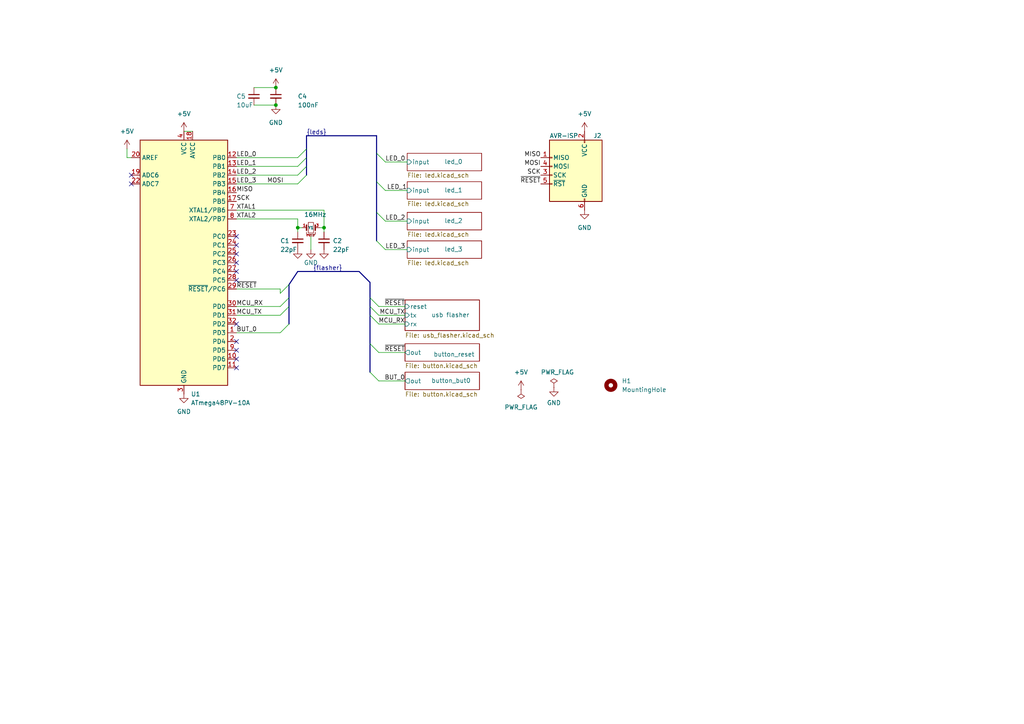
<source format=kicad_sch>
(kicad_sch (version 20211123) (generator eeschema)
  (paper "A4")
  (lib_symbols
    (symbol "ex00:ATmega48PV-10A"
      (property "Reference" "U" (at -12.7 36.83 0))
      (property "Value" "ATmega48PV-10A" (at 2.54 -36.83 0))
      (symbol "ATmega48PV-10A_0_1"
        (rectangle (start -12.7 -35.56) (end 12.7 35.56) (stroke (width 0.254)) (fill (type background)))
      )
      (symbol "ATmega48PV-10A_1_1"
        (pin bidirectional line (at 15.24 -20.32 180) (length 2.54) (name "PD3") (number "1"))
        (pin bidirectional line (at 15.24 -27.94 180) (length 2.54) (name "PD6") (number "10"))
        (pin bidirectional line (at 15.24 -30.48 180) (length 2.54) (name "PD7") (number "11"))
        (pin bidirectional line (at 15.24 30.48 180) (length 2.54) (name "PB0") (number "12"))
        (pin bidirectional line (at 15.24 27.94 180) (length 2.54) (name "PB1") (number "13"))
        (pin bidirectional line (at 15.24 25.4 180) (length 2.54) (name "PB2") (number "14"))
        (pin bidirectional line (at 15.24 22.86 180) (length 2.54) (name "PB3") (number "15"))
        (pin bidirectional line (at 15.24 20.32 180) (length 2.54) (name "PB4") (number "16"))
        (pin bidirectional line (at 15.24 17.78 180) (length 2.54) (name "PB5") (number "17"))
        (pin power_in line (at 2.54 38.1 270) (length 2.54) (name "AVCC") (number "18"))
        (pin input line (at -15.24 25.4 0) (length 2.54) (name "ADC6") (number "19"))
        (pin bidirectional line (at 15.24 -22.86 180) (length 2.54) (name "PD4") (number "2"))
        (pin passive line (at -15.24 30.48 0) (length 2.54) (name "AREF") (number "20"))
        (pin passive line (at 0 -38.1 90) (length 2.54) hide (name "GND") (number "21"))
        (pin input line (at -15.24 22.86 0) (length 2.54) (name "ADC7") (number "22"))
        (pin bidirectional line (at 15.24 7.62 180) (length 2.54) (name "PC0") (number "23"))
        (pin bidirectional line (at 15.24 5.08 180) (length 2.54) (name "PC1") (number "24"))
        (pin bidirectional line (at 15.24 2.54 180) (length 2.54) (name "PC2") (number "25"))
        (pin bidirectional line (at 15.24 0 180) (length 2.54) (name "PC3") (number "26"))
        (pin bidirectional line (at 15.24 -2.54 180) (length 2.54) (name "PC4") (number "27"))
        (pin bidirectional line (at 15.24 -5.08 180) (length 2.54) (name "PC5") (number "28"))
        (pin bidirectional line (at 15.24 -7.62 180) (length 2.54) (name "~{RESET}/PC6") (number "29"))
        (pin power_in line (at 0 -38.1 90) (length 2.54) (name "GND") (number "3"))
        (pin bidirectional line (at 15.24 -12.7 180) (length 2.54) (name "PD0") (number "30"))
        (pin bidirectional line (at 15.24 -15.24 180) (length 2.54) (name "PD1") (number "31"))
        (pin bidirectional line (at 15.24 -17.78 180) (length 2.54) (name "PD2") (number "32"))
        (pin power_in line (at 0 38.1 270) (length 2.54) (name "VCC") (number "4"))
        (pin passive line (at 0 -38.1 90) (length 2.54) hide (name "GND") (number "5"))
        (pin passive line (at 0 38.1 270) (length 2.54) hide (name "VCC") (number "6"))
        (pin bidirectional line (at 15.24 15.24 180) (length 2.54) (name "XTAL1/PB6") (number "7"))
        (pin bidirectional line (at 15.24 12.7 180) (length 2.54) (name "XTAL2/PB7") (number "8"))
        (pin bidirectional line (at 15.24 -25.4 180) (length 2.54) (name "PD5") (number "9"))
      )
    )
    (symbol "ex00:AVR-ISP-6" (pin_names (offset 1.016))
      (property "Reference" "J" (at 13.716 11.43 0))
      (property "Value" "AVR-ISP-6" (at -3.302 11.43 0))
      (symbol "AVR-ISP-6_0_1"
        (rectangle (start 0.508 -2.667) (end -0.254 -2.413))
        (rectangle (start 0.508 -0.127) (end -0.254 0.127))
        (rectangle (start 0.508 2.413) (end -0.254 2.667))
        (rectangle (start 0.508 4.953) (end -0.254 5.207))
        (rectangle (start 9.779 -7.62) (end 10.033 -6.858))
        (rectangle (start 9.779 9.398) (end 10.033 10.16))
        (rectangle (start 14.986 -7.62) (end -0.254 10.16) (stroke (width 0.254)) (fill (type background)))
      )
      (symbol "AVR-ISP-6_1_1"
        (pin passive line (at -2.794 5.08 0) (length 2.54) (name "MISO") (number "1"))
        (pin passive line (at 9.906 12.7 270) (length 2.54) (name "VCC") (number "2"))
        (pin passive line (at -2.794 0 0) (length 2.54) (name "SCK") (number "3"))
        (pin passive line (at -2.794 2.54 0) (length 2.54) (name "MOSI") (number "4"))
        (pin passive line (at -2.794 -2.54 0) (length 2.54) (name "~{RST}") (number "5"))
        (pin passive line (at 9.906 -10.16 90) (length 2.54) (name "GND") (number "6"))
      )
    )
    (symbol "ex00:Capacitor" (pin_numbers hide) (pin_names (offset 0.254) hide)
      (property "Reference" "C" (at 0.254 1.778 0))
      (property "Value" "Capacitor" (at 0.254 -2.032 0))
      (symbol "Capacitor_0_1"
        (polyline (pts (xy -1.524 -0.508) (xy 1.524 -0.508)) (stroke (width 0.3302)))
        (polyline (pts (xy -1.524 0.508) (xy 1.524 0.508)) (stroke (width 0.3048)))
      )
      (symbol "Capacitor_1_1"
        (pin passive line (at 0 2.54 270) (length 2.032) (name "~") (number "1"))
        (pin passive line (at 0 -2.54 90) (length 2.032) (name "~") (number "2"))
      )
    )
    (symbol "ex00:Crystal_GND3_Small" (pin_names (offset 1.016) hide)
      (property "Reference" "Y" (at 0 5.08 0))
      (property "Value" "Crystal_GND3_Small" (at 0 3.175 0))
      (symbol "Crystal_GND3_Small_0_0"
        (text "4" (at 0.762 -2.286 900) (effects (font (size 0.762 0.762))))
      )
      (symbol "Crystal_GND3_Small_0_1"
        (rectangle (start -0.762 -1.524) (end 0.762 1.524))
        (polyline (pts (xy -1.27 -0.762) (xy -1.27 0.762)) (stroke (width 0.381)))
        (polyline (pts (xy 1.27 -0.762) (xy 1.27 0.762)) (stroke (width 0.381)))
        (polyline (pts (xy -1.27 -1.27) (xy -1.27 -1.905) (xy 1.27 -1.905) (xy 1.27 -1.27)))
      )
      (symbol "Crystal_GND3_Small_1_1"
        (pin passive line (at -2.54 0 0) (length 1.27) (name "1") (number "1"))
        (pin passive line (at 0 -2.54 90) (length 0.635) (name "2") (number "2"))
        (pin passive line (at 2.54 0 180) (length 1.27) (name "3") (number "3"))
      )
    )
    (symbol "ex00:MountingHole" (pin_names (offset 1.016))
      (property "Reference" "H" (at 0 5.08 0))
      (property "Value" "MountingHole" (at 0 3.175 0))
      (symbol "MountingHole_0_1"
        (circle (center 0 0) (radius 1.27) (stroke (width 1.27)))
      )
    )
    (symbol "power:+5V" (power) (pin_names (offset 0))
      (property "Value" "+5V" (at 0 3.556 0))
      (symbol "+5V_0_1"
        (polyline (pts (xy -0.762 1.27) (xy 0 2.54)))
        (polyline (pts (xy 0 0) (xy 0 2.54)))
        (polyline (pts (xy 0 2.54) (xy 0.762 1.27)))
      )
      (symbol "+5V_1_1"
        (pin power_in line (at 0 0 90) (length 0) hide (name "+5V") (number "1"))
      )
    )
    (symbol "power:GND" (power) (pin_names (offset 0))
      (property "Value" "GND" (at 0 -3.81 0))
      (symbol "GND_0_1"
        (polyline (pts (xy 0 0) (xy 0 -1.27) (xy 1.27 -1.27) (xy 0 -2.54) (xy -1.27 -1.27) (xy 0 -1.27)))
      )
      (symbol "GND_1_1"
        (pin power_in line (at 0 0 270) (length 0) hide (name "GND") (number "1"))
      )
    )
    (symbol "power:PWR_FLAG" (power) (pin_numbers hide) (pin_names (offset 0) hide)
      (property "Value" "PWR_FLAG" (at 0 3.81 0))
      (symbol "PWR_FLAG_0_0"
        (pin power_out line (at 0 0 90) (length 0) (name "pwr") (number "1"))
      )
      (symbol "PWR_FLAG_0_1"
        (polyline (pts (xy 0 0) (xy 0 1.27) (xy -1.016 1.905) (xy 0 2.54) (xy 1.016 1.905) (xy 0 1.27)))
      )
    )
  )
  (bus_alias "leds" (members "LED_[0..3]" "MOSI"))
  (bus_alias "flasher" (members "MCU_RX" "MCU_TX" "BUT_0" "~{RESET}"))
  (junction (at 80.01 30.48))
  (junction (at 93.98 66.04))
  (junction (at 80.01 25.4))
  (junction (at 86.36 66.04))
  (no_connect (at 38.1 50.8))
  (no_connect (at 38.1 53.34))
  (no_connect (at 68.58 68.58))
  (no_connect (at 68.58 71.12))
  (no_connect (at 68.58 73.66))
  (no_connect (at 68.58 78.74))
  (no_connect (at 68.58 81.28))
  (no_connect (at 68.58 106.68))
  (no_connect (at 68.58 101.6))
  (no_connect (at 68.58 104.14))
  (no_connect (at 68.58 93.98))
  (no_connect (at 68.58 99.06))
  (no_connect (at 68.58 76.2))
  (bus_entry (at 107.315 91.44) (size 2.54 2.54))
  (bus_entry (at 107.315 86.36) (size 2.54 2.54))
  (bus_entry (at 81.28 85.09) (size 2.54 -2.54))
  (bus_entry (at 81.28 88.9) (size 2.54 -2.54))
  (bus_entry (at 81.28 91.44) (size 2.54 -2.54))
  (bus_entry (at 81.28 96.52) (size 2.54 -2.54))
  (bus_entry (at 86.36 48.26) (size 2.54 -2.54))
  (bus_entry (at 86.36 50.8) (size 2.54 -2.54))
  (bus_entry (at 86.36 53.34) (size 2.54 -2.54))
  (bus_entry (at 109.22 44.45) (size 2.54 2.54))
  (bus_entry (at 109.22 61.595) (size 2.54 2.54))
  (bus_entry (at 107.315 99.695) (size 2.54 2.54))
  (bus_entry (at 107.315 107.95) (size 2.54 2.54))
  (bus_entry (at 86.36 45.72) (size 2.54 -2.54))
  (bus_entry (at 109.22 69.85) (size 2.54 2.54))
  (bus_entry (at 107.315 88.9) (size 2.54 2.54))
  (bus_entry (at 109.22 52.705) (size 2.54 2.54))
  (bus (pts (xy 107.315 91.44) (xy 107.315 99.695)))
  (wire (pts (xy 68.58 53.34) (xy 86.36 53.34)))
  (wire (pts (xy 36.83 43.18) (xy 36.83 45.72)))
  (wire (pts (xy 73.66 25.4) (xy 80.01 25.4)))
  (bus (pts (xy 83.82 82.55) (xy 83.82 86.36)))
  (wire (pts (xy 68.58 63.5) (xy 86.36 63.5)))
  (wire (pts (xy 86.36 66.04) (xy 86.36 67.31)))
  (bus (pts (xy 109.22 52.705) (xy 109.22 61.595)))
  (wire (pts (xy 93.98 66.04) (xy 93.98 67.31)))
  (wire (pts (xy 109.855 91.44) (xy 117.475 91.44)))
  (wire (pts (xy 93.98 66.04) (xy 93.98 60.96)))
  (wire (pts (xy 68.58 96.52) (xy 81.28 96.52)))
  (bus (pts (xy 109.22 61.595) (xy 109.22 69.85)))
  (bus (pts (xy 107.315 81.915) (xy 107.315 86.36)))
  (bus (pts (xy 86.36 78.74) (xy 104.14 78.74)))
  (wire (pts (xy 81.28 83.82) (xy 81.28 85.09)))
  (bus (pts (xy 107.315 88.9) (xy 107.315 91.44)))
  (bus (pts (xy 88.9 39.37) (xy 109.22 39.37)))
  (wire (pts (xy 68.58 91.44) (xy 81.28 91.44)))
  (bus (pts (xy 88.9 43.18) (xy 88.9 45.72)))
  (wire (pts (xy 111.76 55.245) (xy 118.11 55.245)))
  (wire (pts (xy 73.66 30.48) (xy 80.01 30.48)))
  (bus (pts (xy 88.9 48.26) (xy 88.9 50.8)))
  (bus (pts (xy 104.14 78.74) (xy 107.315 81.915)))
  (bus (pts (xy 109.22 39.37) (xy 109.22 44.45)))
  (bus (pts (xy 88.9 48.26) (xy 88.9 45.72)))
  (wire (pts (xy 109.855 93.98) (xy 117.475 93.98)))
  (bus (pts (xy 109.22 44.45) (xy 109.22 52.705)))
  (wire (pts (xy 111.76 64.135) (xy 118.11 64.135)))
  (bus (pts (xy 88.9 39.37) (xy 88.9 43.18)))
  (wire (pts (xy 109.855 88.9) (xy 117.475 88.9)))
  (wire (pts (xy 86.36 63.5) (xy 86.36 66.04)))
  (wire (pts (xy 68.58 45.72) (xy 86.36 45.72)))
  (bus (pts (xy 83.82 88.9) (xy 83.82 93.98)))
  (wire (pts (xy 68.58 88.9) (xy 81.28 88.9)))
  (wire (pts (xy 53.34 38.1) (xy 55.88 38.1)))
  (wire (pts (xy 38.1 45.72) (xy 36.83 45.72)))
  (wire (pts (xy 109.855 102.235) (xy 117.475 102.235)))
  (wire (pts (xy 90.17 68.58) (xy 90.17 72.39)))
  (wire (pts (xy 68.58 83.82) (xy 81.28 83.82)))
  (wire (pts (xy 87.63 66.04) (xy 86.36 66.04)))
  (wire (pts (xy 92.71 66.04) (xy 93.98 66.04)))
  (wire (pts (xy 111.76 72.39) (xy 118.11 72.39)))
  (bus (pts (xy 83.82 86.36) (xy 83.82 88.9)))
  (bus (pts (xy 86.36 78.74) (xy 83.82 82.55)))
  (wire (pts (xy 68.58 48.26) (xy 86.36 48.26)))
  (wire (pts (xy 68.58 50.8) (xy 86.36 50.8)))
  (wire (pts (xy 111.76 46.99) (xy 118.11 46.99)))
  (wire (pts (xy 109.855 110.49) (xy 117.475 110.49)))
  (wire (pts (xy 93.98 60.96) (xy 68.58 60.96)))
  (bus (pts (xy 107.315 86.36) (xy 107.315 88.9)))
  (bus (pts (xy 107.315 99.695) (xy 107.315 107.95)))
  (label "MCU_TX" (at 117.475 91.44 180))
  (label "~{RESET}" (at 117.475 88.9 180))
  (label "MOSI" (at 77.47 53.34 0))
  (label "{flasher}" (at 90.805 78.74 0))
  (label "~{RESET}" (at 117.475 102.235 180))
  (label "MCU_TX" (at 68.58 91.44 0))
  (label "MOSI" (at 156.845 48.26 180))
  (label "LED_2" (at 68.58 50.8 0))
  (label "MCU_RX" (at 68.58 88.9 0))
  (label "LED_1" (at 112.22 55.245 0))
  (label "{leds}" (at 88.9 39.37 0))
  (label "LED_0" (at 111.76 46.99 0))
  (label "BUT_0" (at 117.475 110.49 180))
  (label "MISO" (at 156.845 45.72 180))
  (label "MISO" (at 68.58 55.88 0))
  (label "LED_2" (at 111.76 64.135 0))
  (label "LED_3" (at 68.58 53.34 0))
  (label "BUT_0" (at 68.58 96.52 0))
  (label "MCU_RX" (at 117.475 93.98 180))
  (label "LED_3" (at 111.76 72.39 0))
  (label "XTAL2" (at 68.58 63.5 0))
  (label "LED_1" (at 68.58 48.26 0))
  (label "SCK" (at 156.845 50.8 180))
  (label "LED_0" (at 68.58 45.72 0))
  (label "~{RESET}" (at 68.58 83.82 0))
  (label "~{RESET}" (at 156.845 53.34 180))
  (label "SCK" (at 68.58 58.42 0))
  (label "XTAL1" (at 68.58 60.96 0))
  (symbol (lib_id "ex00:MountingHole") (at 177.165 111.76 0) (unit 1)
    (property "Reference" "H1" (at 180.34 110.4899 0) (effects (justify left)))
    (property "Value" "MountingHole" (at 180.34 113.0299 0) (effects (justify left)))
  )
  (symbol (lib_id "ex00:AVR-ISP-6") (at 159.639 50.8 0) (unit 1)
    (property "Reference" "J2" (at 172.085 39.37 0) (effects (justify left)))
    (property "Value" "AVR-ISP" (at 159.385 39.37 0) (effects (justify left)))
    (property "Datasheet" " ~" (effects hide))
  )
  (symbol (lib_id "power:GND") (at 93.98 72.39 0) (unit 1)
    (property "Reference" "#PWR0111" (effects hide))
    (property "Value" "GND" (effects hide))
  )
  (symbol (lib_id "ex00:ATmega48PV-10A") (at 53.34 76.2 0) (unit 1)
    (property "Reference" "U1" (at 55.3594 114.3 0) (effects (justify left)))
    (property "Value" "ATmega48PV-10A" (at 55.3594 116.84 0) (effects (justify left)))
    (property "Footprint" "Package_QFP:TQFP-32_7x7mm_P0.8mm" (effects hide))
    (property "Datasheet" "http://ww1.microchip.com/downloads/en/DeviceDoc/Atmel-8025-8-bit-AVR-Microcontroller-ATmega48P-88P-168P_Datasheet.pdf" (effects hide))
  )
  (symbol (lib_id "power:GND") (at 90.17 72.39 0) (unit 1)
    (property "Reference" "#PWR0108" (effects hide))
    (property "Value" "GND" (at 90.17 76.2 0))
  )
  (symbol (lib_id "power:+5V") (at 151.13 113.03 0) (unit 1)
    (property "Reference" "#PWR0107" (effects hide))
    (property "Value" "+5V" (at 151.13 107.95 0))
  )
  (symbol (lib_id "ex00:Crystal_GND3_Small") (at 90.17 66.04 0) (unit 1)
    (property "Reference" "Y1" (at 90.17 66.04 0) (effects (font (size 0.8 0.8))))
    (property "Value" "16MHz" (at 91.44 62.23 0))
  )
  (symbol (lib_id "power:+5V") (at 169.545 38.1 0) (unit 1)
    (property "Reference" "#PWR0105" (effects hide))
    (property "Value" "+5V" (at 169.545 33.02 0))
  )
  (symbol (lib_id "power:GND") (at 80.01 30.48 0) (unit 1)
    (property "Reference" "#PWR0112" (effects hide))
    (property "Value" "GND" (at 80.01 35.56 0))
  )
  (symbol (lib_id "power:+5V") (at 80.01 25.4 0) (unit 1)
    (property "Reference" "#PWR0110" (effects hide))
    (property "Value" "+5V" (at 80.01 20.32 0))
  )
  (symbol (lib_id "power:PWR_FLAG") (at 151.13 113.03 180) (unit 1)
    (property "Reference" "#FLG0102" (effects hide))
    (property "Value" "PWR_FLAG" (at 151.13 118.11 0))
  )
  (symbol (lib_id "ex00:Capacitor") (at 93.98 69.85 0) (unit 1)
    (property "Reference" "C2" (at 96.52 69.85 0) (effects (justify left)))
    (property "Value" "22pF" (at 96.52 72.39 0) (effects (justify left)))
  )
  (symbol (lib_id "power:GND") (at 169.545 60.96 0) (unit 1)
    (property "Reference" "#PWR0104" (effects hide))
    (property "Value" "GND" (at 169.545 66.04 0))
  )
  (symbol (lib_id "ex00:Capacitor") (at 73.66 27.94 0) (unit 1)
    (property "Reference" "C5" (at 68.58 27.94 0) (effects (justify left)))
    (property "Value" "10uF" (at 68.58 30.48 0) (effects (justify left)))
  )
  (symbol (lib_id "power:PWR_FLAG") (at 160.655 112.395 0) (unit 1)
    (property "Reference" "#FLG0101" (effects hide))
    (property "Value" "PWR_FLAG" (at 156.845 107.95 0) (effects (justify left)))
  )
  (symbol (lib_id "power:+5V") (at 53.34 38.1 0) (unit 1)
    (property "Reference" "#PWR0101" (effects hide))
    (property "Value" "+5V" (at 53.34 33.02 0))
  )
  (symbol (lib_id "power:GND") (at 86.36 72.39 0) (unit 1)
    (property "Reference" "#PWR0109" (effects hide))
    (property "Value" "GND" (effects hide))
  )
  (symbol (lib_id "power:GND") (at 53.34 114.3 0) (unit 1)
    (property "Reference" "#PWR0103" (effects hide))
    (property "Value" "GND" (at 53.34 119.38 0))
  )
  (symbol (lib_id "ex00:Capacitor") (at 86.36 69.85 0) (unit 1)
    (property "Reference" "C1" (at 81.28 69.85 0) (effects (justify left)))
    (property "Value" "22pF" (at 81.28 72.39 0) (effects (justify left)))
  )
  (symbol (lib_id "ex00:Capacitor") (at 80.01 27.94 0) (unit 1)
    (property "Reference" "C4" (at 86.36 27.94 0) (effects (justify left)))
    (property "Value" "100nF" (at 86.36 30.48 0) (effects (justify left)))
  )
  (symbol (lib_id "power:+5V") (at 36.83 43.18 0) (unit 1)
    (property "Reference" "#PWR0102" (effects hide))
    (property "Value" "+5V" (at 36.83 38.1 0))
  )
  (symbol (lib_id "power:GND") (at 160.655 112.395 0) (unit 1)
    (property "Reference" "#PWR0106" (effects hide))
    (property "Value" "GND" (at 160.655 116.84 0))
  )
  (sheet (at 118.11 44.45) (size 21.59 5.08) (stroke (width 0.1524))
    (property "Sheet name" "led_0" (at 128.905 47.625 0) (effects (justify left bottom)))
    (property "Sheet file" "led.kicad_sch" (at 118.11 50.1146 0) (effects (justify left top)))
    (pin "input" input (at 118.11 46.99 180))
  )
  (sheet (at 118.11 69.85) (size 21.59 5.08) (stroke (width 0.1524))
    (property "Sheet name" "led_3" (at 128.905 73.025 0) (effects (justify left bottom)))
    (property "Sheet file" "led.kicad_sch" (at 118.11 75.5146 0) (effects (justify left top)))
    (pin "input" input (at 118.11 72.39 180))
  )
  (sheet (at 117.475 107.95) (size 21.59 5.08) (stroke (width 0.1524))
    (property "Sheet name" "button_but0" (at 125.095 111.125 0) (effects (justify left bottom)))
    (property "Sheet file" "button.kicad_sch" (at 117.475 113.6146 0) (effects (justify left top)))
    (pin "out" output (at 117.475 110.49 180))
  )
  (sheet (at 118.11 61.595) (size 21.59 5.08) (stroke (width 0.1524))
    (property "Sheet name" "led_2" (at 128.905 64.77 0) (effects (justify left bottom)))
    (property "Sheet file" "led.kicad_sch" (at 118.11 67.2596 0) (effects (justify left top)))
    (pin "input" input (at 118.11 64.135 180))
  )
  (sheet (at 117.475 86.995) (size 21.59 8.89) (stroke (width 0.1524))
    (property "Sheet name" "usb flasher" (at 125.095 92.075 0) (effects (justify left bottom)))
    (property "Sheet file" "usb_flasher.kicad_sch" (at 117.475 96.52 0) (effects (justify left top)))
    (pin "reset" input (at 117.475 88.9 180))
    (pin "rx" input (at 117.475 93.98 180))
    (pin "tx" input (at 117.475 91.44 180))
  )
  (sheet (at 117.475 99.695) (size 21.59 5.08) (stroke (width 0.1524))
    (property "Sheet name" "button_reset" (at 125.73 103.505 0) (effects (justify left bottom)))
    (property "Sheet file" "button.kicad_sch" (at 117.475 105.3596 0) (effects (justify left top)))
    (pin "out" output (at 117.475 102.235 180))
  )
  (sheet (at 118.11 52.705) (size 21.59 5.08) (stroke (width 0.1524))
    (property "Sheet name" "led_1" (at 128.905 55.88 0) (effects (justify left bottom)))
    (property "Sheet file" "led.kicad_sch" (at 118.11 58.3696 0) (effects (justify left top)))
    (pin "input" input (at 118.11 55.245 180))
  )
)
</source>
